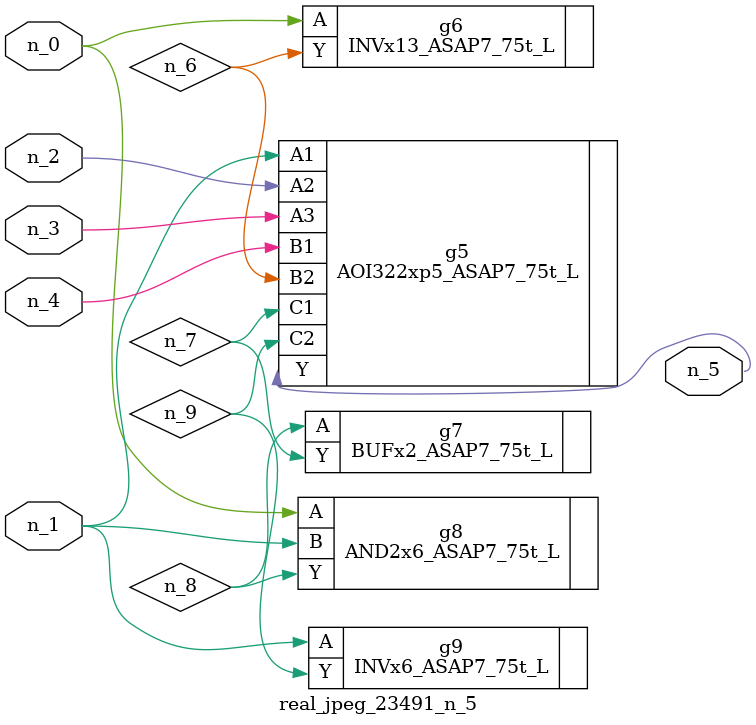
<source format=v>
module real_jpeg_23491_n_5 (n_4, n_0, n_1, n_2, n_3, n_5);

input n_4;
input n_0;
input n_1;
input n_2;
input n_3;

output n_5;

wire n_8;
wire n_6;
wire n_7;
wire n_9;

INVx13_ASAP7_75t_L g6 ( 
.A(n_0),
.Y(n_6)
);

AND2x6_ASAP7_75t_L g8 ( 
.A(n_0),
.B(n_1),
.Y(n_8)
);

AOI322xp5_ASAP7_75t_L g5 ( 
.A1(n_1),
.A2(n_2),
.A3(n_3),
.B1(n_4),
.B2(n_6),
.C1(n_7),
.C2(n_9),
.Y(n_5)
);

INVx6_ASAP7_75t_L g9 ( 
.A(n_1),
.Y(n_9)
);

BUFx2_ASAP7_75t_L g7 ( 
.A(n_8),
.Y(n_7)
);


endmodule
</source>
